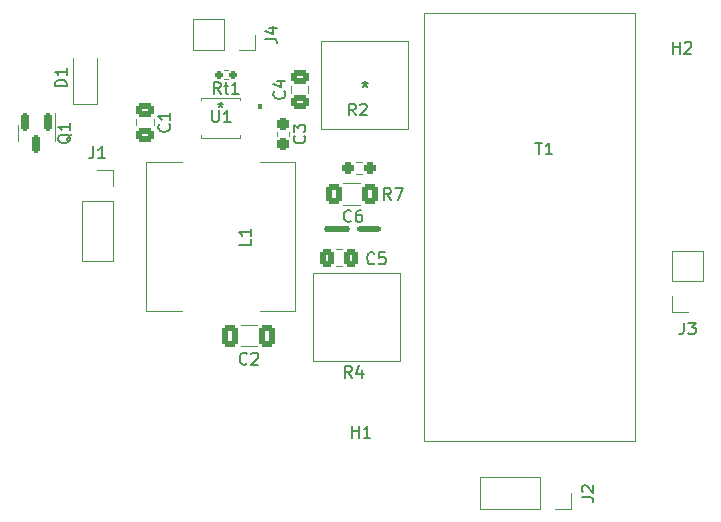
<source format=gto>
G04 #@! TF.GenerationSoftware,KiCad,Pcbnew,(6.0.1)*
G04 #@! TF.CreationDate,2022-04-24T16:28:56-07:00*
G04 #@! TF.ProjectId,PS_controller,50535f63-6f6e-4747-926f-6c6c65722e6b,rev?*
G04 #@! TF.SameCoordinates,Original*
G04 #@! TF.FileFunction,Legend,Top*
G04 #@! TF.FilePolarity,Positive*
%FSLAX46Y46*%
G04 Gerber Fmt 4.6, Leading zero omitted, Abs format (unit mm)*
G04 Created by KiCad (PCBNEW (6.0.1)) date 2022-04-24 16:28:56*
%MOMM*%
%LPD*%
G01*
G04 APERTURE LIST*
G04 Aperture macros list*
%AMRoundRect*
0 Rectangle with rounded corners*
0 $1 Rounding radius*
0 $2 $3 $4 $5 $6 $7 $8 $9 X,Y pos of 4 corners*
0 Add a 4 corners polygon primitive as box body*
4,1,4,$2,$3,$4,$5,$6,$7,$8,$9,$2,$3,0*
0 Add four circle primitives for the rounded corners*
1,1,$1+$1,$2,$3*
1,1,$1+$1,$4,$5*
1,1,$1+$1,$6,$7*
1,1,$1+$1,$8,$9*
0 Add four rect primitives between the rounded corners*
20,1,$1+$1,$2,$3,$4,$5,0*
20,1,$1+$1,$4,$5,$6,$7,0*
20,1,$1+$1,$6,$7,$8,$9,0*
20,1,$1+$1,$8,$9,$2,$3,0*%
G04 Aperture macros list end*
%ADD10C,0.150000*%
%ADD11C,0.120000*%
%ADD12C,0.100000*%
%ADD13R,1.700000X1.700000*%
%ADD14O,1.700000X1.700000*%
%ADD15R,1.200000X0.900000*%
%ADD16RoundRect,0.160000X0.197500X0.160000X-0.197500X0.160000X-0.197500X-0.160000X0.197500X-0.160000X0*%
%ADD17C,2.500000*%
%ADD18RoundRect,0.150000X-0.150000X0.587500X-0.150000X-0.587500X0.150000X-0.587500X0.150000X0.587500X0*%
%ADD19C,2.200000*%
%ADD20C,1.750000*%
%ADD21RoundRect,0.132750X0.888750X0.132750X-0.888750X0.132750X-0.888750X-0.132750X0.888750X-0.132750X0*%
%ADD22RoundRect,0.125000X0.996500X0.125000X-0.996500X0.125000X-0.996500X-0.125000X0.996500X-0.125000X0*%
%ADD23RoundRect,0.250000X-0.400000X-0.625000X0.400000X-0.625000X0.400000X0.625000X-0.400000X0.625000X0*%
%ADD24RoundRect,0.237500X-0.237500X0.300000X-0.237500X-0.300000X0.237500X-0.300000X0.237500X0.300000X0*%
%ADD25RoundRect,0.250000X0.475000X-0.337500X0.475000X0.337500X-0.475000X0.337500X-0.475000X-0.337500X0*%
%ADD26R,1.333500X0.279400*%
%ADD27C,1.498600*%
%ADD28RoundRect,0.250000X-0.475000X0.337500X-0.475000X-0.337500X0.475000X-0.337500X0.475000X0.337500X0*%
%ADD29RoundRect,0.250000X-0.412500X-0.650000X0.412500X-0.650000X0.412500X0.650000X-0.412500X0.650000X0*%
%ADD30R,5.400000X2.900000*%
%ADD31RoundRect,0.250000X-0.337500X-0.475000X0.337500X-0.475000X0.337500X0.475000X-0.337500X0.475000X0*%
%ADD32RoundRect,0.237500X0.250000X0.237500X-0.250000X0.237500X-0.250000X-0.237500X0.250000X-0.237500X0*%
G04 APERTURE END LIST*
D10*
X217557380Y-111968333D02*
X218271666Y-111968333D01*
X218414523Y-112015952D01*
X218509761Y-112111190D01*
X218557380Y-112254047D01*
X218557380Y-112349285D01*
X217652619Y-111539761D02*
X217605000Y-111492142D01*
X217557380Y-111396904D01*
X217557380Y-111158809D01*
X217605000Y-111063571D01*
X217652619Y-111015952D01*
X217747857Y-110968333D01*
X217843095Y-110968333D01*
X217985952Y-111015952D01*
X218557380Y-111587380D01*
X218557380Y-110968333D01*
X173966380Y-77192095D02*
X172966380Y-77192095D01*
X172966380Y-76954000D01*
X173014000Y-76811142D01*
X173109238Y-76715904D01*
X173204476Y-76668285D01*
X173394952Y-76620666D01*
X173537809Y-76620666D01*
X173728285Y-76668285D01*
X173823523Y-76715904D01*
X173918761Y-76811142D01*
X173966380Y-76954000D01*
X173966380Y-77192095D01*
X173966380Y-75668285D02*
X173966380Y-76239714D01*
X173966380Y-75954000D02*
X172966380Y-75954000D01*
X173109238Y-76049238D01*
X173204476Y-76144476D01*
X173252095Y-76239714D01*
X186999619Y-77834880D02*
X186666285Y-77358690D01*
X186428190Y-77834880D02*
X186428190Y-76834880D01*
X186809142Y-76834880D01*
X186904380Y-76882500D01*
X186952000Y-76930119D01*
X186999619Y-77025357D01*
X186999619Y-77168214D01*
X186952000Y-77263452D01*
X186904380Y-77311071D01*
X186809142Y-77358690D01*
X186428190Y-77358690D01*
X187285333Y-77168214D02*
X187666285Y-77168214D01*
X187428190Y-76834880D02*
X187428190Y-77692023D01*
X187475809Y-77787261D01*
X187571047Y-77834880D01*
X187666285Y-77834880D01*
X188523428Y-77834880D02*
X187952000Y-77834880D01*
X188237714Y-77834880D02*
X188237714Y-76834880D01*
X188142476Y-76977738D01*
X188047238Y-77072976D01*
X187952000Y-77120595D01*
X198120095Y-106934380D02*
X198120095Y-105934380D01*
X198120095Y-106410571D02*
X198691523Y-106410571D01*
X198691523Y-106934380D02*
X198691523Y-105934380D01*
X199691523Y-106934380D02*
X199120095Y-106934380D01*
X199405809Y-106934380D02*
X199405809Y-105934380D01*
X199310571Y-106077238D01*
X199215333Y-106172476D01*
X199120095Y-106220095D01*
X174345619Y-81240738D02*
X174298000Y-81335976D01*
X174202761Y-81431214D01*
X174059904Y-81574071D01*
X174012285Y-81669309D01*
X174012285Y-81764547D01*
X174250380Y-81716928D02*
X174202761Y-81812166D01*
X174107523Y-81907404D01*
X173917047Y-81955023D01*
X173583714Y-81955023D01*
X173393238Y-81907404D01*
X173298000Y-81812166D01*
X173250380Y-81716928D01*
X173250380Y-81526452D01*
X173298000Y-81431214D01*
X173393238Y-81335976D01*
X173583714Y-81288357D01*
X173917047Y-81288357D01*
X174107523Y-81335976D01*
X174202761Y-81431214D01*
X174250380Y-81526452D01*
X174250380Y-81716928D01*
X174250380Y-80335976D02*
X174250380Y-80907404D01*
X174250380Y-80621690D02*
X173250380Y-80621690D01*
X173393238Y-80716928D01*
X173488476Y-80812166D01*
X173536095Y-80907404D01*
X213653095Y-81957380D02*
X214224523Y-81957380D01*
X213938809Y-82957380D02*
X213938809Y-81957380D01*
X215081666Y-82957380D02*
X214510238Y-82957380D01*
X214795952Y-82957380D02*
X214795952Y-81957380D01*
X214700714Y-82100238D01*
X214605476Y-82195476D01*
X214510238Y-82243095D01*
X198053333Y-88577142D02*
X198005714Y-88624761D01*
X197862857Y-88672380D01*
X197767619Y-88672380D01*
X197624761Y-88624761D01*
X197529523Y-88529523D01*
X197481904Y-88434285D01*
X197434285Y-88243809D01*
X197434285Y-88100952D01*
X197481904Y-87910476D01*
X197529523Y-87815238D01*
X197624761Y-87720000D01*
X197767619Y-87672380D01*
X197862857Y-87672380D01*
X198005714Y-87720000D01*
X198053333Y-87767619D01*
X198910476Y-87672380D02*
X198720000Y-87672380D01*
X198624761Y-87720000D01*
X198577142Y-87767619D01*
X198481904Y-87910476D01*
X198434285Y-88100952D01*
X198434285Y-88481904D01*
X198481904Y-88577142D01*
X198529523Y-88624761D01*
X198624761Y-88672380D01*
X198815238Y-88672380D01*
X198910476Y-88624761D01*
X198958095Y-88577142D01*
X199005714Y-88481904D01*
X199005714Y-88243809D01*
X198958095Y-88148571D01*
X198910476Y-88100952D01*
X198815238Y-88053333D01*
X198624761Y-88053333D01*
X198529523Y-88100952D01*
X198481904Y-88148571D01*
X198434285Y-88243809D01*
X190772380Y-73158333D02*
X191486666Y-73158333D01*
X191629523Y-73205952D01*
X191724761Y-73301190D01*
X191772380Y-73444047D01*
X191772380Y-73539285D01*
X191105714Y-72253571D02*
X191772380Y-72253571D01*
X190724761Y-72491666D02*
X191439047Y-72729761D01*
X191439047Y-72110714D01*
X201413333Y-86822380D02*
X201080000Y-86346190D01*
X200841904Y-86822380D02*
X200841904Y-85822380D01*
X201222857Y-85822380D01*
X201318095Y-85870000D01*
X201365714Y-85917619D01*
X201413333Y-86012857D01*
X201413333Y-86155714D01*
X201365714Y-86250952D01*
X201318095Y-86298571D01*
X201222857Y-86346190D01*
X200841904Y-86346190D01*
X201746666Y-85822380D02*
X202413333Y-85822380D01*
X201984761Y-86822380D01*
X194081142Y-81379166D02*
X194128761Y-81426785D01*
X194176380Y-81569642D01*
X194176380Y-81664880D01*
X194128761Y-81807738D01*
X194033523Y-81902976D01*
X193938285Y-81950595D01*
X193747809Y-81998214D01*
X193604952Y-81998214D01*
X193414476Y-81950595D01*
X193319238Y-81902976D01*
X193224000Y-81807738D01*
X193176380Y-81664880D01*
X193176380Y-81569642D01*
X193224000Y-81426785D01*
X193271619Y-81379166D01*
X193176380Y-81045833D02*
X193176380Y-80426785D01*
X193557333Y-80760119D01*
X193557333Y-80617261D01*
X193604952Y-80522023D01*
X193652571Y-80474404D01*
X193747809Y-80426785D01*
X193985904Y-80426785D01*
X194081142Y-80474404D01*
X194128761Y-80522023D01*
X194176380Y-80617261D01*
X194176380Y-80902976D01*
X194128761Y-80998214D01*
X194081142Y-81045833D01*
X192377142Y-77619166D02*
X192424761Y-77666785D01*
X192472380Y-77809642D01*
X192472380Y-77904880D01*
X192424761Y-78047738D01*
X192329523Y-78142976D01*
X192234285Y-78190595D01*
X192043809Y-78238214D01*
X191900952Y-78238214D01*
X191710476Y-78190595D01*
X191615238Y-78142976D01*
X191520000Y-78047738D01*
X191472380Y-77904880D01*
X191472380Y-77809642D01*
X191520000Y-77666785D01*
X191567619Y-77619166D01*
X191805714Y-76762023D02*
X192472380Y-76762023D01*
X191424761Y-77000119D02*
X192139047Y-77238214D01*
X192139047Y-76619166D01*
X226209666Y-97198380D02*
X226209666Y-97912666D01*
X226162047Y-98055523D01*
X226066809Y-98150761D01*
X225923952Y-98198380D01*
X225828714Y-98198380D01*
X226590619Y-97198380D02*
X227209666Y-97198380D01*
X226876333Y-97579333D01*
X227019190Y-97579333D01*
X227114428Y-97626952D01*
X227162047Y-97674571D01*
X227209666Y-97769809D01*
X227209666Y-98007904D01*
X227162047Y-98103142D01*
X227114428Y-98150761D01*
X227019190Y-98198380D01*
X226733476Y-98198380D01*
X226638238Y-98150761D01*
X226590619Y-98103142D01*
X186292095Y-79214880D02*
X186292095Y-80024404D01*
X186339714Y-80119642D01*
X186387333Y-80167261D01*
X186482571Y-80214880D01*
X186673047Y-80214880D01*
X186768285Y-80167261D01*
X186815904Y-80119642D01*
X186863523Y-80024404D01*
X186863523Y-79214880D01*
X187863523Y-80214880D02*
X187292095Y-80214880D01*
X187577809Y-80214880D02*
X187577809Y-79214880D01*
X187482571Y-79357738D01*
X187387333Y-79452976D01*
X187292095Y-79500595D01*
X186994000Y-78514880D02*
X186994000Y-78752976D01*
X186755904Y-78657738D02*
X186994000Y-78752976D01*
X187232095Y-78657738D01*
X186851142Y-78943452D02*
X186994000Y-78752976D01*
X187136857Y-78943452D01*
X176221666Y-82280380D02*
X176221666Y-82994666D01*
X176174047Y-83137523D01*
X176078809Y-83232761D01*
X175935952Y-83280380D01*
X175840714Y-83280380D01*
X177221666Y-83280380D02*
X176650238Y-83280380D01*
X176935952Y-83280380D02*
X176935952Y-82280380D01*
X176840714Y-82423238D01*
X176745476Y-82518476D01*
X176650238Y-82566095D01*
X198118833Y-101847880D02*
X197785500Y-101371690D01*
X197547404Y-101847880D02*
X197547404Y-100847880D01*
X197928357Y-100847880D01*
X198023595Y-100895500D01*
X198071214Y-100943119D01*
X198118833Y-101038357D01*
X198118833Y-101181214D01*
X198071214Y-101276452D01*
X198023595Y-101324071D01*
X197928357Y-101371690D01*
X197547404Y-101371690D01*
X198975976Y-101181214D02*
X198975976Y-101847880D01*
X198737880Y-100800261D02*
X198499785Y-101514547D01*
X199118833Y-101514547D01*
X182631142Y-80409166D02*
X182678761Y-80456785D01*
X182726380Y-80599642D01*
X182726380Y-80694880D01*
X182678761Y-80837738D01*
X182583523Y-80932976D01*
X182488285Y-80980595D01*
X182297809Y-81028214D01*
X182154952Y-81028214D01*
X181964476Y-80980595D01*
X181869238Y-80932976D01*
X181774000Y-80837738D01*
X181726380Y-80694880D01*
X181726380Y-80599642D01*
X181774000Y-80456785D01*
X181821619Y-80409166D01*
X182726380Y-79456785D02*
X182726380Y-80028214D01*
X182726380Y-79742500D02*
X181726380Y-79742500D01*
X181869238Y-79837738D01*
X181964476Y-79932976D01*
X182012095Y-80028214D01*
X198433333Y-79652380D02*
X198100000Y-79176190D01*
X197861904Y-79652380D02*
X197861904Y-78652380D01*
X198242857Y-78652380D01*
X198338095Y-78700000D01*
X198385714Y-78747619D01*
X198433333Y-78842857D01*
X198433333Y-78985714D01*
X198385714Y-79080952D01*
X198338095Y-79128571D01*
X198242857Y-79176190D01*
X197861904Y-79176190D01*
X198814285Y-78747619D02*
X198861904Y-78700000D01*
X198957142Y-78652380D01*
X199195238Y-78652380D01*
X199290476Y-78700000D01*
X199338095Y-78747619D01*
X199385714Y-78842857D01*
X199385714Y-78938095D01*
X199338095Y-79080952D01*
X198766666Y-79652380D01*
X199385714Y-79652380D01*
X199213000Y-76779380D02*
X199213000Y-77017476D01*
X198974904Y-76922238D02*
X199213000Y-77017476D01*
X199451095Y-76922238D01*
X199070142Y-77207952D02*
X199213000Y-77017476D01*
X199355857Y-77207952D01*
X225298095Y-74422380D02*
X225298095Y-73422380D01*
X225298095Y-73898571D02*
X225869523Y-73898571D01*
X225869523Y-74422380D02*
X225869523Y-73422380D01*
X226298095Y-73517619D02*
X226345714Y-73470000D01*
X226440952Y-73422380D01*
X226679047Y-73422380D01*
X226774285Y-73470000D01*
X226821904Y-73517619D01*
X226869523Y-73612857D01*
X226869523Y-73708095D01*
X226821904Y-73850952D01*
X226250476Y-74422380D01*
X226869523Y-74422380D01*
X189233333Y-100657142D02*
X189185714Y-100704761D01*
X189042857Y-100752380D01*
X188947619Y-100752380D01*
X188804761Y-100704761D01*
X188709523Y-100609523D01*
X188661904Y-100514285D01*
X188614285Y-100323809D01*
X188614285Y-100180952D01*
X188661904Y-99990476D01*
X188709523Y-99895238D01*
X188804761Y-99800000D01*
X188947619Y-99752380D01*
X189042857Y-99752380D01*
X189185714Y-99800000D01*
X189233333Y-99847619D01*
X189614285Y-99847619D02*
X189661904Y-99800000D01*
X189757142Y-99752380D01*
X189995238Y-99752380D01*
X190090476Y-99800000D01*
X190138095Y-99847619D01*
X190185714Y-99942857D01*
X190185714Y-100038095D01*
X190138095Y-100180952D01*
X189566666Y-100752380D01*
X190185714Y-100752380D01*
X189566380Y-90134666D02*
X189566380Y-90610857D01*
X188566380Y-90610857D01*
X189566380Y-89277523D02*
X189566380Y-89848952D01*
X189566380Y-89563238D02*
X188566380Y-89563238D01*
X188709238Y-89658476D01*
X188804476Y-89753714D01*
X188852095Y-89848952D01*
X200023333Y-92157142D02*
X199975714Y-92204761D01*
X199832857Y-92252380D01*
X199737619Y-92252380D01*
X199594761Y-92204761D01*
X199499523Y-92109523D01*
X199451904Y-92014285D01*
X199404285Y-91823809D01*
X199404285Y-91680952D01*
X199451904Y-91490476D01*
X199499523Y-91395238D01*
X199594761Y-91300000D01*
X199737619Y-91252380D01*
X199832857Y-91252380D01*
X199975714Y-91300000D01*
X200023333Y-91347619D01*
X200928095Y-91252380D02*
X200451904Y-91252380D01*
X200404285Y-91728571D01*
X200451904Y-91680952D01*
X200547142Y-91633333D01*
X200785238Y-91633333D01*
X200880476Y-91680952D01*
X200928095Y-91728571D01*
X200975714Y-91823809D01*
X200975714Y-92061904D01*
X200928095Y-92157142D01*
X200880476Y-92204761D01*
X200785238Y-92252380D01*
X200547142Y-92252380D01*
X200451904Y-92204761D01*
X200404285Y-92157142D01*
D11*
X216665000Y-111635000D02*
X216665000Y-112965000D01*
X214065000Y-110305000D02*
X208925000Y-110305000D01*
X214065000Y-110305000D02*
X214065000Y-112965000D01*
X216665000Y-112965000D02*
X215335000Y-112965000D01*
X208925000Y-110305000D02*
X208925000Y-112965000D01*
X214065000Y-112965000D02*
X208925000Y-112965000D01*
X176514000Y-78704000D02*
X176514000Y-74804000D01*
X174514000Y-78704000D02*
X174514000Y-74804000D01*
X174514000Y-78704000D02*
X176514000Y-78704000D01*
X187619621Y-76592500D02*
X187284379Y-76592500D01*
X187619621Y-75832500D02*
X187284379Y-75832500D01*
X172958000Y-81145500D02*
X172958000Y-79470500D01*
X169838000Y-81145500D02*
X169838000Y-81795500D01*
X169838000Y-81145500D02*
X169838000Y-80495500D01*
X172958000Y-81145500D02*
X172958000Y-81795500D01*
X204215000Y-71005000D02*
X222115000Y-71005000D01*
X222115000Y-71005000D02*
X222115000Y-107205000D01*
X222115000Y-107205000D02*
X204215000Y-107205000D01*
X204215000Y-107205000D02*
X204215000Y-71005000D01*
X184680000Y-71495000D02*
X184680000Y-74155000D01*
X189880000Y-72825000D02*
X189880000Y-74155000D01*
X187280000Y-71495000D02*
X187280000Y-74155000D01*
X189880000Y-74155000D02*
X188550000Y-74155000D01*
X187280000Y-71495000D02*
X184680000Y-71495000D01*
X187280000Y-74155000D02*
X184680000Y-74155000D01*
X197382936Y-85412000D02*
X198837064Y-85412000D01*
X197382936Y-87232000D02*
X198837064Y-87232000D01*
X191784000Y-81066233D02*
X191784000Y-81358767D01*
X192804000Y-81066233D02*
X192804000Y-81358767D01*
X194435000Y-77713752D02*
X194435000Y-77191248D01*
X192965000Y-77713752D02*
X192965000Y-77191248D01*
X227873000Y-93706000D02*
X225213000Y-93706000D01*
X225213000Y-96306000D02*
X225213000Y-94976000D01*
X226543000Y-96306000D02*
X225213000Y-96306000D01*
X227873000Y-93706000D02*
X227873000Y-91106000D01*
X227873000Y-91106000D02*
X225213000Y-91106000D01*
X225213000Y-93706000D02*
X225213000Y-91106000D01*
X188670400Y-78389300D02*
X188670400Y-78186100D01*
X185317600Y-81335700D02*
X185317600Y-81538900D01*
X188670400Y-81538900D02*
X188670400Y-81335700D01*
X185317600Y-78186100D02*
X185317600Y-78389300D01*
X185317600Y-81538900D02*
X188670400Y-81538900D01*
X188670400Y-78186100D02*
X185317600Y-78186100D01*
D12*
X190384900Y-78671240D02*
X190384900Y-79052240D01*
X190384900Y-79052240D02*
X190130900Y-79052240D01*
X190130900Y-79052240D02*
X190130900Y-78671240D01*
X190130900Y-78671240D02*
X190384900Y-78671240D01*
G36*
X190384900Y-79052240D02*
G01*
X190130900Y-79052240D01*
X190130900Y-78671240D01*
X190384900Y-78671240D01*
X190384900Y-79052240D01*
G37*
X190384900Y-79052240D02*
X190130900Y-79052240D01*
X190130900Y-78671240D01*
X190384900Y-78671240D01*
X190384900Y-79052240D01*
D11*
X175225000Y-86868000D02*
X175225000Y-92008000D01*
X175225000Y-92008000D02*
X177885000Y-92008000D01*
X176555000Y-84268000D02*
X177885000Y-84268000D01*
X177885000Y-86868000D02*
X177885000Y-92008000D01*
X175225000Y-86868000D02*
X177885000Y-86868000D01*
X177885000Y-84268000D02*
X177885000Y-85598000D01*
X194858500Y-100422500D02*
X194858500Y-92970140D01*
X194858500Y-92970140D02*
X202224500Y-92970140D01*
X194858500Y-100422500D02*
X202224500Y-100422500D01*
X202224500Y-100422500D02*
X202224500Y-92970140D01*
X181329000Y-79981248D02*
X181329000Y-80503752D01*
X179859000Y-79981248D02*
X179859000Y-80503752D01*
X195517000Y-73372820D02*
X202883000Y-73372820D01*
X195517000Y-80825180D02*
X195517000Y-73372820D01*
X195517000Y-80825180D02*
X202883000Y-80825180D01*
X202883000Y-80825180D02*
X202883000Y-73372820D01*
X188688748Y-97390000D02*
X190111252Y-97390000D01*
X188688748Y-99210000D02*
X190111252Y-99210000D01*
X193300000Y-83600000D02*
X193300000Y-96200000D01*
X183700000Y-96200000D02*
X180700000Y-96200000D01*
X190300000Y-83600000D02*
X193300000Y-83600000D01*
X180700000Y-83600000D02*
X183700000Y-83600000D01*
X180700000Y-96200000D02*
X180700000Y-83600000D01*
X193300000Y-96200000D02*
X190300000Y-96200000D01*
X196748748Y-90965000D02*
X197271252Y-90965000D01*
X196748748Y-92435000D02*
X197271252Y-92435000D01*
X198974724Y-84642500D02*
X198465276Y-84642500D01*
X198974724Y-83597500D02*
X198465276Y-83597500D01*
%LPC*%
D13*
X215335000Y-111635000D03*
D14*
X212795000Y-111635000D03*
X210255000Y-111635000D03*
D15*
X175514000Y-78104000D03*
X175514000Y-74804000D03*
D16*
X188049500Y-76212500D03*
X186854500Y-76212500D03*
D17*
X198882000Y-109982000D03*
D18*
X172348000Y-80208000D03*
X170448000Y-80208000D03*
X171398000Y-82083000D03*
D19*
X206215000Y-72905000D03*
X220115000Y-72905000D03*
D20*
X220615000Y-102505000D03*
X220615000Y-100005000D03*
X214315000Y-105405000D03*
X216915000Y-105405000D03*
X220615000Y-97505000D03*
X220615000Y-95005000D03*
X220615000Y-92505000D03*
X220615000Y-90005000D03*
X220615000Y-87505000D03*
X220615000Y-85005000D03*
X220615000Y-82505000D03*
X211715000Y-105405000D03*
X220615000Y-80005000D03*
X206515000Y-105405000D03*
X209115000Y-105405000D03*
X220615000Y-77505000D03*
X220615000Y-75105000D03*
X205715000Y-75105000D03*
X205715000Y-77605000D03*
X205715000Y-80105000D03*
X205715000Y-82605000D03*
X205715000Y-85105000D03*
X205715000Y-87605000D03*
X205715000Y-90105000D03*
X205715000Y-92605000D03*
X205715000Y-95105000D03*
X205715000Y-97605000D03*
X205715000Y-100105000D03*
X205715000Y-102605000D03*
X219515000Y-105405000D03*
D21*
X199570000Y-89280000D03*
D22*
X196870000Y-89280000D03*
D13*
X188550000Y-72825000D03*
D14*
X186010000Y-72825000D03*
D23*
X196560000Y-86322000D03*
X199660000Y-86322000D03*
D24*
X192294000Y-80350000D03*
X192294000Y-82075000D03*
D25*
X193700000Y-78490000D03*
X193700000Y-76415000D03*
D13*
X226543000Y-94976000D03*
D14*
X226543000Y-92436000D03*
D26*
X184777850Y-78861740D03*
X184777850Y-79362120D03*
X184777850Y-79862500D03*
X184777850Y-80362880D03*
X184777850Y-80863260D03*
X189210150Y-80863260D03*
X189210150Y-80362880D03*
X189210150Y-79862500D03*
X189210150Y-79362120D03*
X189210150Y-78861740D03*
D13*
X176555000Y-85598000D03*
D14*
X176555000Y-88138000D03*
X176555000Y-90678000D03*
D27*
X196685500Y-95895500D03*
X198485500Y-97795500D03*
X200285500Y-95895500D03*
D28*
X180594000Y-79205000D03*
X180594000Y-81280000D03*
D27*
X196700000Y-76900000D03*
X199200000Y-74400000D03*
X201700000Y-76900000D03*
D17*
X226060000Y-77470000D03*
D29*
X187837500Y-98300000D03*
X190962500Y-98300000D03*
D30*
X187000000Y-84950000D03*
X187000000Y-94850000D03*
D31*
X195972500Y-91700000D03*
X198047500Y-91700000D03*
D32*
X199632500Y-84120000D03*
X197807500Y-84120000D03*
M02*

</source>
